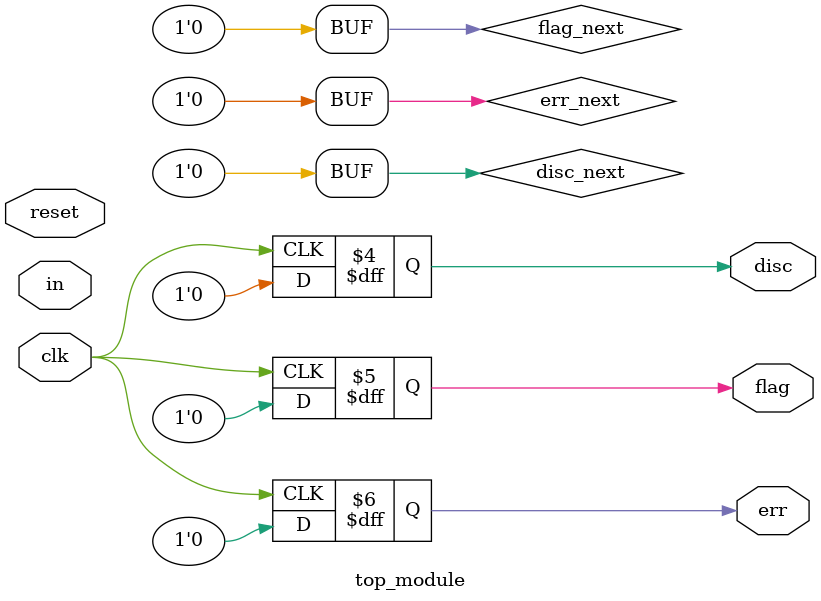
<source format=sv>
module top_module (
    input clk,
    input reset,
    input in,
    output disc,
    output flag,
    output err);

    reg [2:0] state;
    reg disc_next;
    reg flag_next;
    reg err_next;

    always @(posedge clk or posedge reset) begin
        if (reset)
            state <= 3'b000;
        else
            state <= {state[1:0], in}; 
    end

    always @(state) begin
        disc_next = 0;
        flag_next = 0;
        err_next = 0;

        case (state)
            3'b000: begin
                disc_next = 0;
                flag_next = 0;
                err_next = 0;
            end
            3'b001: begin
                if (in)
                    state <= 3'b010;
                else begin
                    disc_next = 0;
                    flag_next = 0;
                    err_next = 0;
                end
            end
            3'b010: begin
                if (in)
                    state <= 3'b011;
                else
                    state <= 3'b000;
            end
            3'b011: begin
                if (in)
                    state <= 3'b100;
                else
                    state <= 3'b000;
            end
            3'b100: begin
                if (in)
                    state <= 3'b101;
                else
                    state <= 3'b000;
            end
            3'b101: begin
                if (in)
                    state <= 3'b110;
                else begin
                    disc_next = 0;
                    flag_next = 1;
                    err_next = 0;
                end
            end
            3'b110: begin
                if (in) begin
                    disc_next = 1;
                    flag_next = 0;
                    err_next = 0;
                end
                else begin
                    disc_next = 0;
                    flag_next = 0;
                    err_next = 1;
                end
            end
            3'b111: begin
                if (in) begin
                    disc_next = 0;
                    flag_next = 0;
                    err_next = 1;
                end
                else
                    state <= 3'b000;
            end
        endcase
    end

    always @(posedge clk) begin
        disc <= disc_next;
        flag <= flag_next;
        err <= err_next;
    end
endmodule

</source>
